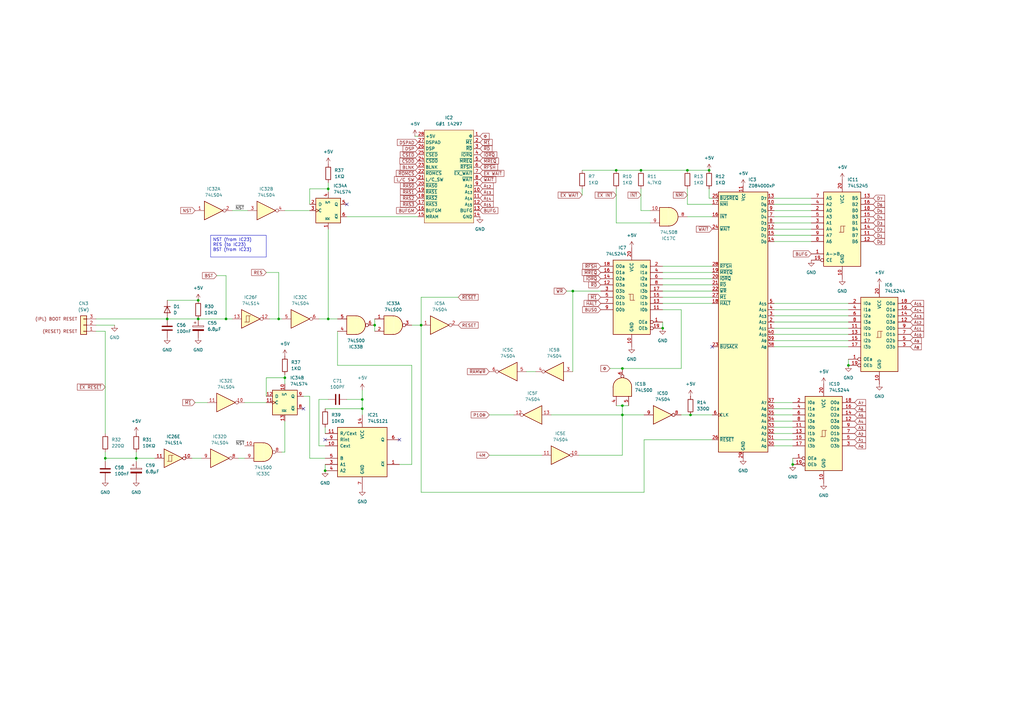
<source format=kicad_sch>
(kicad_sch (version 20250114) (generator "eeschema") (generator_version "9.0")
  (paper "A3")
  (title_block (title "Sharp MZ-80B CPU Board Circuit (1)") (date "14/FEB/2026") (rev "A") (company "Brett Hallen") (comment 4 "Redrawn from Service Manual"))
  (text_box "NST (from IC23)\nRES (to IC23)\nBST (from IC23)" (at 86.36 96.52 0) (size 22.86 8.89) (margins 0.9525 0.9525 0.9525 0.9525) (effects (font (size 1.27 1.27)) (justify left top)))
  (junction (at 153.67 133.35))
  (junction (at 255.27 170.18))
  (junction (at 55.88 187.96))
  (junction (at 271.78 134.62))
  (junction (at 172.72 133.35))
  (junction (at 116.84 154.94))
  (junction (at 134.62 130.81))
  (junction (at 81.28 123.19))
  (junction (at 81.28 130.81))
  (junction (at 255.27 151.13))
  (junction (at 234.95 119.38))
  (junction (at 347.98 149.86))
  (junction (at 43.18 187.96))
  (junction (at 290.83 69.85))
  (junction (at 283.21 170.18))
  (junction (at 133.35 193.04))
  (junction (at 252.73 69.85))
  (junction (at 134.62 77.47))
  (junction (at 281.94 69.85))
  (junction (at 255.27 166.37))
  (junction (at 262.89 69.85))
  (junction (at 68.58 130.81))
  (junction (at 148.59 163.83))
  (junction (at 325.12 190.5))
  (junction (at 148.59 167.64))
  (junction (at 114.3 130.81))
  (junction (at 92.71 130.81))
  (no_connect (at 124.46 167.64))
  (no_connect (at 163.83 180.34))
  (no_connect (at 142.24 83.82))
  (no_connect (at 133.35 180.34))
  (no_connect (at 292.1 142.24))
  (wire (pts (xy 134.62 93.98) (xy 134.62 130.81)))
  (wire (pts (xy 170.18 55.88) (xy 171.45 55.88)))
  (wire (pts (xy 109.22 165.1) (xy 100.33 165.1)))
  (wire (pts (xy 332.74 91.44) (xy 317.5 91.44)))
  (wire (pts (xy 332.74 81.28) (xy 317.5 81.28)))
  (wire (pts (xy 332.74 88.9) (xy 317.5 88.9)))
  (wire (pts (xy 115.57 130.81) (xy 114.3 130.81)))
  (wire (pts (xy 133.35 182.88) (xy 130.81 182.88)))
  (wire (pts (xy 279.4 127) (xy 271.78 127)))
  (wire (pts (xy 39.37 133.35) (xy 46.99 133.35)))
  (wire (pts (xy 347.98 129.54) (xy 317.5 129.54)))
  (wire (pts (xy 325.12 170.18) (xy 317.5 170.18)))
  (wire (pts (xy 153.67 133.35) (xy 153.67 135.89)))
  (wire (pts (xy 148.59 160.02) (xy 148.59 163.83)))
  (wire (pts (xy 271.78 114.3) (xy 292.1 114.3)))
  (wire (pts (xy 279.4 151.13) (xy 279.4 127)))
  (wire (pts (xy 234.95 119.38) (xy 234.95 152.4)))
  (wire (pts (xy 255.27 186.69) (xy 255.27 170.18)))
  (wire (pts (xy 115.57 185.42) (xy 116.84 185.42)))
  (wire (pts (xy 271.78 121.92) (xy 292.1 121.92)))
  (wire (pts (xy 116.84 154.94) (xy 116.84 157.48)))
  (wire (pts (xy 133.35 175.26) (xy 133.35 177.8)))
  (wire (pts (xy 130.81 182.88) (xy 130.81 163.83)))
  (wire (pts (xy 92.71 113.03) (xy 92.71 130.81)))
  (wire (pts (xy 281.94 69.85) (xy 290.83 69.85)))
  (wire (pts (xy 68.58 130.81) (xy 81.28 130.81)))
  (wire (pts (xy 325.12 180.34) (xy 317.5 180.34)))
  (wire (pts (xy 109.22 111.76) (xy 114.3 111.76)))
  (wire (pts (xy 127 86.36) (xy 116.84 86.36)))
  (wire (pts (xy 271.78 116.84) (xy 292.1 116.84)))
  (wire (pts (xy 347.98 132.08) (xy 317.5 132.08)))
  (wire (pts (xy 127 162.56) (xy 127 187.96)))
  (wire (pts (xy 134.62 77.47) (xy 134.62 78.74)))
  (wire (pts (xy 332.74 83.82) (xy 317.5 83.82)))
  (wire (pts (xy 110.49 130.81) (xy 114.3 130.81)))
  (wire (pts (xy 347.98 137.16) (xy 317.5 137.16)))
  (wire (pts (xy 255.27 166.37) (xy 255.27 170.18)))
  (wire (pts (xy 142.24 88.9) (xy 171.45 88.9)))
  (wire (pts (xy 55.88 187.96) (xy 55.88 185.42)))
  (wire (pts (xy 347.98 139.7) (xy 317.5 139.7)))
  (wire (pts (xy 168.91 133.35) (xy 172.72 133.35)))
  (wire (pts (xy 325.12 182.88) (xy 317.5 182.88)))
  (wire (pts (xy 332.74 86.36) (xy 317.5 86.36)))
  (wire (pts (xy 262.89 69.85) (xy 281.94 69.85)))
  (wire (pts (xy 347.98 142.24) (xy 317.5 142.24)))
  (wire (pts (xy 100.33 187.96) (xy 97.79 187.96)))
  (wire (pts (xy 325.12 187.96) (xy 325.12 190.5)))
  (wire (pts (xy 127 83.82) (xy 127 77.47)))
  (wire (pts (xy 43.18 189.23) (xy 43.18 187.96)))
  (wire (pts (xy 82.55 187.96) (xy 78.74 187.96)))
  (wire (pts (xy 252.73 166.37) (xy 255.27 166.37)))
  (wire (pts (xy 109.22 154.94) (xy 116.84 154.94)))
  (wire (pts (xy 148.59 163.83) (xy 148.59 167.64)))
  (wire (pts (xy 238.76 69.85) (xy 252.73 69.85)))
  (wire (pts (xy 264.16 201.93) (xy 172.72 201.93)))
  (wire (pts (xy 266.7 91.44) (xy 252.73 91.44)))
  (wire (pts (xy 148.59 167.64) (xy 148.59 170.18)))
  (wire (pts (xy 332.74 96.52) (xy 317.5 96.52)))
  (wire (pts (xy 255.27 166.37) (xy 257.81 166.37)))
  (wire (pts (xy 281.94 88.9) (xy 292.1 88.9)))
  (wire (pts (xy 68.58 123.19) (xy 81.28 123.19)))
  (wire (pts (xy 130.81 130.81) (xy 134.62 130.81)))
  (wire (pts (xy 271.78 132.08) (xy 271.78 134.62)))
  (wire (pts (xy 153.67 130.81) (xy 153.67 133.35)))
  (wire (pts (xy 138.43 149.86) (xy 168.91 149.86)))
  (wire (pts (xy 172.72 121.92) (xy 187.96 121.92)))
  (wire (pts (xy 347.98 124.46) (xy 317.5 124.46)))
  (wire (pts (xy 95.25 130.81) (xy 92.71 130.81)))
  (wire (pts (xy 283.21 170.18) (xy 292.1 170.18)))
  (wire (pts (xy 43.18 187.96) (xy 55.88 187.96)))
  (wire (pts (xy 116.84 153.67) (xy 116.84 154.94)))
  (wire (pts (xy 262.89 86.36) (xy 266.7 86.36)))
  (wire (pts (xy 134.62 130.81) (xy 138.43 130.81)))
  (wire (pts (xy 130.81 163.83) (xy 134.62 163.83)))
  (wire (pts (xy 43.18 135.89) (xy 43.18 177.8)))
  (wire (pts (xy 133.35 167.64) (xy 148.59 167.64)))
  (wire (pts (xy 43.18 187.96) (xy 43.18 185.42)))
  (wire (pts (xy 325.12 165.1) (xy 317.5 165.1)))
  (wire (pts (xy 271.78 109.22) (xy 292.1 109.22)))
  (wire (pts (xy 290.83 81.28) (xy 292.1 81.28)))
  (wire (pts (xy 325.12 177.8) (xy 317.5 177.8)))
  (wire (pts (xy 279.4 170.18) (xy 283.21 170.18)))
  (wire (pts (xy 124.46 162.56) (xy 127 162.56)))
  (wire (pts (xy 238.76 77.47) (xy 238.76 80.01)))
  (wire (pts (xy 88.9 113.03) (xy 92.71 113.03)))
  (wire (pts (xy 114.3 111.76) (xy 114.3 130.81)))
  (wire (pts (xy 39.37 130.81) (xy 68.58 130.81)))
  (wire (pts (xy 290.83 77.47) (xy 290.83 81.28)))
  (wire (pts (xy 133.35 190.5) (xy 133.35 193.04)))
  (wire (pts (xy 80.01 165.1) (xy 85.09 165.1)))
  (wire (pts (xy 39.37 135.89) (xy 43.18 135.89)))
  (wire (pts (xy 234.95 119.38) (xy 246.38 119.38)))
  (wire (pts (xy 255.27 151.13) (xy 279.4 151.13)))
  (wire (pts (xy 264.16 180.34) (xy 264.16 201.93)))
  (wire (pts (xy 325.12 175.26) (xy 317.5 175.26)))
  (wire (pts (xy 271.78 124.46) (xy 292.1 124.46)))
  (wire (pts (xy 237.49 186.69) (xy 255.27 186.69)))
  (wire (pts (xy 92.71 130.81) (xy 81.28 130.81)))
  (wire (pts (xy 127 187.96) (xy 133.35 187.96)))
  (wire (pts (xy 347.98 134.62) (xy 317.5 134.62)))
  (wire (pts (xy 292.1 180.34) (xy 264.16 180.34)))
  (wire (pts (xy 55.88 189.23) (xy 55.88 187.96)))
  (wire (pts (xy 134.62 74.93) (xy 134.62 77.47)))
  (wire (pts (xy 255.27 170.18) (xy 264.16 170.18)))
  (wire (pts (xy 142.24 163.83) (xy 148.59 163.83)))
  (wire (pts (xy 232.41 119.38) (xy 234.95 119.38)))
  (wire (pts (xy 101.6 86.36) (xy 95.25 86.36)))
  (wire (pts (xy 325.12 172.72) (xy 317.5 172.72)))
  (wire (pts (xy 292.1 83.82) (xy 281.94 83.82)))
  (wire (pts (xy 281.94 83.82) (xy 281.94 77.47)))
  (wire (pts (xy 172.72 201.93) (xy 172.72 133.35)))
  (wire (pts (xy 262.89 77.47) (xy 262.89 86.36)))
  (wire (pts (xy 116.84 185.42) (xy 116.84 172.72)))
  (wire (pts (xy 250.19 151.13) (xy 255.27 151.13)))
  (wire (pts (xy 332.74 93.98) (xy 317.5 93.98)))
  (wire (pts (xy 252.73 69.85) (xy 262.89 69.85)))
  (wire (pts (xy 109.22 162.56) (xy 109.22 154.94)))
  (wire (pts (xy 325.12 167.64) (xy 317.5 167.64)))
  (wire (pts (xy 271.78 119.38) (xy 292.1 119.38)))
  (wire (pts (xy 271.78 111.76) (xy 292.1 111.76)))
  (wire (pts (xy 347.98 147.32) (xy 347.98 149.86)))
  (wire (pts (xy 226.06 170.18) (xy 255.27 170.18)))
  (wire (pts (xy 172.72 133.35) (xy 172.72 121.92)))
  (wire (pts (xy 127 77.47) (xy 134.62 77.47)))
  (wire (pts (xy 168.91 149.86) (xy 168.91 190.5)))
  (wire (pts (xy 138.43 135.89) (xy 138.43 149.86)))
  (wire (pts (xy 219.71 152.4) (xy 215.9 152.4)))
  (wire (pts (xy 200.66 170.18) (xy 210.82 170.18)))
  (wire (pts (xy 332.74 99.06) (xy 317.5 99.06)))
  (wire (pts (xy 200.66 186.69) (xy 222.25 186.69)))
  (wire (pts (xy 347.98 127) (xy 317.5 127)))
  (wire (pts (xy 168.91 190.5) (xy 163.83 190.5)))
  (wire (pts (xy 55.88 187.96) (xy 63.5 187.96)))
  (wire (pts (xy 252.73 91.44) (xy 252.73 77.47)))
  (label "~{NST}" (at 100.33 182.88 180))
  (label "~{NST}" (at 96.52 86.36 0))
  (global_label "A_{6}" (shape input) (at 350.52 167.64 0) (property "Intersheetrefs" "${INTERSHEET_REFS}" (effects (hide yes))))
  (global_label "BUFG" (shape input) (at 196.85 86.36 0) (property "Intersheetrefs" "${INTERSHEET_REFS}" (effects (hide yes))))
  (global_label "BUS0" (shape input) (at 246.38 127 180) (property "Intersheetrefs" "${INTERSHEET_REFS}" (effects (hide yes))))
  (global_label "~{RFSH}" (shape input) (at 246.38 109.22 180) (property "Intersheetrefs" "${INTERSHEET_REFS}" (effects (hide yes))))
  (global_label "A_{11}" (shape input) (at 373.38 134.62 0) (property "Intersheetrefs" "${INTERSHEET_REFS}" (effects (hide yes))))
  (global_label "BST" (shape input) (at 88.9 113.03 180) (property "Intersheetrefs" "${INTERSHEET_REFS}" (effects (hide yes))))
  (global_label "A_{12}" (shape input) (at 196.85 76.2 0) (property "Intersheetrefs" "${INTERSHEET_REFS}" (effects (hide yes))))
  (global_label "4M" (shape input) (at 200.66 186.69 180) (property "Intersheetrefs" "${INTERSHEET_REFS}" (effects (hide yes))))
  (global_label "A_{7}" (shape input) (at 350.52 165.1 0) (property "Intersheetrefs" "${INTERSHEET_REFS}" (effects (hide yes))))
  (global_label "D_{4}" (shape input) (at 358.14 88.9 0) (property "Intersheetrefs" "${INTERSHEET_REFS}" (effects (hide yes))))
  (global_label "~{WAIT}" (shape input) (at 292.1 93.98 180) (property "Intersheetrefs" "${INTERSHEET_REFS}" (effects (hide yes))))
  (global_label "D_{3}" (shape input) (at 358.14 91.44 0) (property "Intersheetrefs" "${INTERSHEET_REFS}" (effects (hide yes))))
  (global_label "~{EX INT}" (shape input) (at 252.73 80.01 180) (property "Intersheetrefs" "${INTERSHEET_REFS}" (effects (hide yes))))
  (global_label "A_{10}" (shape input) (at 373.38 137.16 0) (property "Intersheetrefs" "${INTERSHEET_REFS}" (effects (hide yes))))
  (global_label "A_{13}" (shape input) (at 373.38 129.54 0) (property "Intersheetrefs" "${INTERSHEET_REFS}" (effects (hide yes))))
  (global_label "A_{1}" (shape input) (at 350.52 180.34 0) (property "Intersheetrefs" "${INTERSHEET_REFS}" (effects (hide yes))))
  (global_label "Φ" (shape input) (at 250.19 151.13 180) (property "Intersheetrefs" "${INTERSHEET_REFS}" (effects (hide yes))))
  (global_label "D_{0}" (shape input) (at 358.14 99.06 0) (property "Intersheetrefs" "${INTERSHEET_REFS}" (effects (hide yes))))
  (global_label "~{HALT}" (shape input) (at 246.38 124.46 180) (property "Intersheetrefs" "${INTERSHEET_REFS}" (effects (hide yes))))
  (global_label "~{WAIT}" (shape input) (at 196.85 73.66 0) (property "Intersheetrefs" "${INTERSHEET_REFS}" (effects (hide yes))))
  (global_label "A_{9}" (shape input) (at 373.38 139.7 0) (property "Intersheetrefs" "${INTERSHEET_REFS}" (effects (hide yes))))
  (global_label "A_{0}" (shape input) (at 350.52 182.88 0) (property "Intersheetrefs" "${INTERSHEET_REFS}" (effects (hide yes))))
  (global_label "D_{6}" (shape input) (at 358.14 83.82 0) (property "Intersheetrefs" "${INTERSHEET_REFS}" (effects (hide yes))))
  (global_label "D_{1}" (shape input) (at 358.14 96.52 0) (property "Intersheetrefs" "${INTERSHEET_REFS}" (effects (hide yes))))
  (global_label "~{WR}" (shape input) (at 232.41 119.38 180) (property "Intersheetrefs" "${INTERSHEET_REFS}" (effects (hide yes))))
  (global_label "~{RESET}" (shape input) (at 187.96 121.92 0) (property "Intersheetrefs" "${INTERSHEET_REFS}" (effects (hide yes))))
  (global_label "D_{2}" (shape input) (at 358.14 93.98 0) (property "Intersheetrefs" "${INTERSHEET_REFS}" (effects (hide yes))))
  (global_label "Φ" (shape input) (at 196.85 55.88 0) (property "Intersheetrefs" "${INTERSHEET_REFS}" (effects (hide yes))))
  (global_label "A_{5}" (shape input) (at 350.52 170.18 0) (property "Intersheetrefs" "${INTERSHEET_REFS}" (effects (hide yes))))
  (global_label "BLNK" (shape input) (at 171.45 68.58 180) (property "Intersheetrefs" "${INTERSHEET_REFS}" (effects (hide yes))))
  (global_label "RESET" (shape input) (at 187.96 133.35 0) (property "Intersheetrefs" "${INTERSHEET_REFS}" (effects (hide yes))))
  (global_label "NST" (shape input) (at 80.01 86.36 180) (property "Intersheetrefs" "${INTERSHEET_REFS}" (effects (hide yes))))
  (global_label "A_{8}" (shape input) (at 373.38 142.24 0) (property "Intersheetrefs" "${INTERSHEET_REFS}" (effects (hide yes))))
  (global_label "~{RAS2}" (shape input) (at 171.45 81.28 180) (property "Intersheetrefs" "${INTERSHEET_REFS}" (effects (hide yes))))
  (global_label "~{RAS3}" (shape input) (at 171.45 83.82 180) (property "Intersheetrefs" "${INTERSHEET_REFS}" (effects (hide yes))))
  (global_label "~{ROMCS}" (shape input) (at 171.45 71.12 180) (property "Intersheetrefs" "${INTERSHEET_REFS}" (effects (hide yes))))
  (global_label "L{slash}C SW" (shape input) (at 171.45 73.66 180) (property "Intersheetrefs" "${INTERSHEET_REFS}" (effects (hide yes))))
  (global_label "~{RAS0}" (shape input) (at 171.45 76.2 180) (property "Intersheetrefs" "${INTERSHEET_REFS}" (effects (hide yes))))
  (global_label "~{RAS1}" (shape input) (at 171.45 78.74 180) (property "Intersheetrefs" "${INTERSHEET_REFS}" (effects (hide yes))))
  (global_label "BUFGM" (shape input) (at 171.45 86.36 180) (property "Intersheetrefs" "${INTERSHEET_REFS}" (effects (hide yes))))
  (global_label "~{CSDD}" (shape input) (at 171.45 66.04 180) (property "Intersheetrefs" "${INTERSHEET_REFS}" (effects (hide yes))))
  (global_label "~{CSED}" (shape input) (at 171.45 63.5 180) (property "Intersheetrefs" "${INTERSHEET_REFS}" (effects (hide yes))))
  (global_label "DSPAD" (shape input) (at 171.45 58.42 180) (property "Intersheetrefs" "${INTERSHEET_REFS}" (effects (hide yes))))
  (global_label "DSP" (shape input) (at 171.45 60.96 180) (property "Intersheetrefs" "${INTERSHEET_REFS}" (effects (hide yes))))
  (global_label "A_{12}" (shape input) (at 373.38 132.08 0) (property "Intersheetrefs" "${INTERSHEET_REFS}" (effects (hide yes))))
  (global_label "A_{15}" (shape input) (at 196.85 83.82 0) (property "Intersheetrefs" "${INTERSHEET_REFS}" (effects (hide yes))))
  (global_label "~{RAMWR}" (shape input) (at 200.66 152.4 180) (property "Intersheetrefs" "${INTERSHEET_REFS}" (effects (hide yes))))
  (global_label "~{RFSH}" (shape input) (at 196.85 68.58 0) (property "Intersheetrefs" "${INTERSHEET_REFS}" (effects (hide yes))))
  (global_label "~{MREQ}" (shape input) (at 196.85 66.04 0) (property "Intersheetrefs" "${INTERSHEET_REFS}" (effects (hide yes))))
  (global_label "~{IORQ}" (shape input) (at 196.85 63.5 0) (property "Intersheetrefs" "${INTERSHEET_REFS}" (effects (hide yes))))
  (global_label "~{EX WAIT}" (shape input) (at 196.85 71.12 0) (property "Intersheetrefs" "${INTERSHEET_REFS}" (effects (hide yes))))
  (global_label "~{M1}" (shape input) (at 196.85 58.42 0) (property "Intersheetrefs" "${INTERSHEET_REFS}" (effects (hide yes))))
  (global_label "~{RD}" (shape input) (at 196.85 60.96 0) (property "Intersheetrefs" "${INTERSHEET_REFS}" (effects (hide yes))))
  (global_label "A_{14}" (shape input) (at 196.85 81.28 0) (property "Intersheetrefs" "${INTERSHEET_REFS}" (effects (hide yes))))
  (global_label "~{INT}" (shape input) (at 262.89 80.01 180) (property "Intersheetrefs" "${INTERSHEET_REFS}" (effects (hide yes))))
  (global_label "~{M1}" (shape input) (at 80.01 165.1 180) (property "Intersheetrefs" "${INTERSHEET_REFS}" (effects (hide yes))))
  (global_label "A_{15}" (shape input) (at 373.38 124.46 0) (property "Intersheetrefs" "${INTERSHEET_REFS}" (effects (hide yes))))
  (global_label "A_{13}" (shape input) (at 196.85 78.74 0) (property "Intersheetrefs" "${INTERSHEET_REFS}" (effects (hide yes))))
  (global_label "~{M1}" (shape input) (at 246.38 121.92 180) (property "Intersheetrefs" "${INTERSHEET_REFS}" (effects (hide yes))))
  (global_label "~{EX RESET}" (shape input) (at 43.18 158.75 180) (property "Intersheetrefs" "${INTERSHEET_REFS}" (effects (hide yes))))
  (global_label "D_{5}" (shape input) (at 358.14 86.36 0) (property "Intersheetrefs" "${INTERSHEET_REFS}" (effects (hide yes))))
  (global_label "P10Φ" (shape input) (at 200.66 170.18 180) (property "Intersheetrefs" "${INTERSHEET_REFS}" (effects (hide yes))))
  (global_label "A_{4}" (shape input) (at 350.52 172.72 0) (property "Intersheetrefs" "${INTERSHEET_REFS}" (effects (hide yes))))
  (global_label "~{RD}" (shape input) (at 246.38 116.84 180) (property "Intersheetrefs" "${INTERSHEET_REFS}" (effects (hide yes))))
  (global_label "~{NMI}" (shape input) (at 281.94 80.01 180) (property "Intersheetrefs" "${INTERSHEET_REFS}" (effects (hide yes))))
  (global_label "BUFG" (shape input) (at 332.74 104.14 180) (property "Intersheetrefs" "${INTERSHEET_REFS}" (effects (hide yes))))
  (global_label "A_{2}" (shape input) (at 350.52 177.8 0) (property "Intersheetrefs" "${INTERSHEET_REFS}" (effects (hide yes))))
  (global_label "A_{14}" (shape input) (at 373.38 127 0) (property "Intersheetrefs" "${INTERSHEET_REFS}" (effects (hide yes))))
  (global_label "~{MREQ}" (shape input) (at 246.38 111.76 180) (property "Intersheetrefs" "${INTERSHEET_REFS}" (effects (hide yes))))
  (global_label "~{EX WAIT}" (shape input) (at 238.76 80.01 180) (property "Intersheetrefs" "${INTERSHEET_REFS}" (effects (hide yes))))
  (global_label "D_{7}" (shape input) (at 358.14 81.28 0) (property "Intersheetrefs" "${INTERSHEET_REFS}" (effects (hide yes))))
  (global_label "A_{3}" (shape input) (at 350.52 175.26 0) (property "Intersheetrefs" "${INTERSHEET_REFS}" (effects (hide yes))))
  (global_label "~{IORQ}" (shape input) (at 246.38 114.3 180) (property "Intersheetrefs" "${INTERSHEET_REFS}" (effects (hide yes))))
  (global_label "RES" (shape input) (at 109.22 111.76 180) (property "Intersheetrefs" "${INTERSHEET_REFS}" (effects (hide yes))))
  (symbol (lib_id "power:GND") (at 148.59 200.66 0) (unit 1)
    (property "Reference" "#PWR028" (effects (hide yes)))
    (property "Value" "GND" (at 148.59 205.74 0))
    (property "Description" "Power symbol creates a global label with name \"GND\" , ground" (effects (hide yes)))
  )
  (symbol (lib_id "Sharp_MZ-80B:Sharp_14297") (at 184.15 50.8 0) (mirror y) (unit 1)
    (property "Reference" "IC2" (at 184.15 48.26 0))
    (property "Value" "G#1 14297" (at 184.15 50.8 0))
    (property "Footprint" "Package_DIP:DIP-28_W15.24mm" (effects (hide yes)))
    (property "Description" "Sharp Gate Array in MZ-80B computer" (effects (hide yes)))
  )
  (symbol (lib_id "power:+5V") (at 290.83 69.85 0) (unit 1)
    (property "Reference" "#PWR014" (effects (hide yes)))
    (property "Value" "+5V" (at 290.83 64.77 0))
    (property "Description" "Power symbol creates a global label with name \"+5V\"" (effects (hide yes)))
  )
  (symbol (lib_id "Device:R") (at 43.18 181.61 0) (unit 1)
    (property "Reference" "R32" (at 45.72 180.3399 0) (effects (justify left)))
    (property "Value" "220Ω" (at 45.72 182.8799 0) (effects (justify left)))
    (property "Description" "Resistor" (effects (hide yes)))
  )
  (symbol (lib_id "power:GND") (at 196.85 88.9 0) (mirror y) (unit 1)
    (property "Reference" "#PWR015" (effects (hide yes)))
    (property "Value" "GND" (at 196.85 93.98 0))
    (property "Description" "Power symbol creates a global label with name \"GND\" , ground" (effects (hide yes)))
  )
  (symbol (lib_id "power:GND") (at 304.8 187.96 0) (unit 1)
    (property "Reference" "#PWR011" (effects (hide yes)))
    (property "Value" "GND" (at 304.8 193.04 0))
    (property "Description" "Power symbol creates a global label with name \"GND\" , ground" (effects (hide yes)))
  )
  (symbol (lib_id "74xx:74LS245") (at 345.44 93.98 0) (unit 1)
    (property "Reference" "IC11" (at 347.5833 73.66 0) (effects (justify left)))
    (property "Value" "74LS245" (at 347.5833 76.2 0) (effects (justify left)))
    (property "Datasheet" "http://www.ti.com/lit/gpn/sn74LS245" (effects (hide yes)))
    (property "Description" "Octal BUS Transceivers, 3-State outputs" (effects (hide yes)))
  )
  (symbol (lib_id "74xx:74LS00") (at 107.95 185.42 0) (mirror x) (unit 3)
    (property "Reference" "IC33" (at 107.9417 194.31 0))
    (property "Value" "74LS00" (at 107.9417 191.77 0))
    (property "Datasheet" "http://www.ti.com/lit/gpn/sn74ls00" (effects (hide yes)))
    (property "Description" "quad 2-input NAND gate" (effects (hide yes)))
  )
  (symbol (lib_id "Device:R") (at 81.28 127 0) (unit 1)
    (property "Reference" "R30" (at 83.82 125.7299 0) (effects (justify left)))
    (property "Value" "10KΩ" (at 83.82 128.2699 0) (effects (justify left)))
    (property "Description" "Resistor" (effects (hide yes)))
  )
  (symbol (lib_id "power:GND") (at 332.74 106.68 0) (unit 1)
    (property "Reference" "#PWR02" (effects (hide yes)))
    (property "Value" "GND" (at 332.74 111.76 0))
    (property "Description" "Power symbol creates a global label with name \"GND\" , ground" (effects (hide yes)))
  )
  (symbol (lib_id "power:GND") (at 360.68 157.48 0) (unit 1)
    (property "Reference" "#PWR05" (effects (hide yes)))
    (property "Value" "GND" (at 360.68 162.56 0))
    (property "Description" "Power symbol creates a global label with name \"GND\" , ground" (effects (hide yes)))
  )
  (symbol (lib_id "Device:R") (at 252.73 73.66 0) (unit 1)
    (property "Reference" "R10" (at 255.27 72.3899 0) (effects (justify left)))
    (property "Value" "1KΩ" (at 255.27 74.9299 0) (effects (justify left)))
    (property "Description" "Resistor" (effects (hide yes)))
  )
  (symbol (lib_id "74xx:74LS04") (at 227.33 152.4 180) (unit 2)
    (property "Reference" "IC5" (at 227.33 143.51 0))
    (property "Value" "74S04" (at 227.33 146.05 0))
    (property "Datasheet" "http://www.ti.com/lit/gpn/sn74LS04" (effects (hide yes)))
    (property "Description" "Hex Inverter" (effects (hide yes)))
  )
  (symbol (lib_id "Device:R") (at 55.88 181.61 0) (unit 1)
    (property "Reference" "R31" (at 58.42 180.3399 0) (effects (justify left)))
    (property "Value" "10KΩ" (at 58.42 182.8799 0) (effects (justify left)))
    (property "Description" "Resistor" (effects (hide yes)))
  )
  (symbol (lib_id "power:+5V") (at 360.68 116.84 0) (unit 1)
    (property "Reference" "#PWR04" (effects (hide yes)))
    (property "Value" "+5V" (at 360.68 111.76 0))
    (property "Description" "Power symbol creates a global label with name \"+5V\"" (effects (hide yes)))
  )
  (symbol (lib_id "power:+5V") (at 116.84 146.05 0) (unit 1)
    (property "Reference" "#PWR027" (effects (hide yes)))
    (property "Value" "+5V" (at 116.84 140.97 0))
    (property "Description" "Power symbol creates a global label with name \"+5V\"" (effects (hide yes)))
  )
  (symbol (lib_id "CPU:Z084000xP") (at 304.8 111.76 0) (unit 1)
    (property "Reference" "IC3" (at 306.9433 73.66 0) (effects (justify left)))
    (property "Value" "Z084000xP" (at 306.9433 76.2 0) (effects (justify left)))
    (property "Footprint" "Package_DIP:DIP-40_W15.24mm" (effects (hide yes)))
    (property "Datasheet" "https://archive.org/details/zilog-z-8400" (effects (hide yes)))
    (property "Description" "8-bit General Purpose Microprocessor, 8-bit data bus, 16-bit address bus, 4 / 6.17 / 8 MHz, DIP-40 (600 mil)" (effects (hide yes)))
  )
  (symbol (lib_id "power:+5V") (at 55.88 177.8 0) (unit 1)
    (property "Reference" "#PWR024" (effects (hide yes)))
    (property "Value" "+5V" (at 55.88 172.72 0))
    (property "Description" "Power symbol creates a global label with name \"+5V\"" (effects (hide yes)))
  )
  (symbol (lib_id "Device:C") (at 68.58 134.62 0) (unit 1)
    (property "Reference" "C56" (at 72.39 133.3499 0) (effects (justify left)))
    (property "Value" "100nF" (at 72.39 135.8899 0) (effects (justify left)))
    (property "Description" "Unpolarized capacitor" (effects (hide yes)))
  )
  (symbol (lib_id "power:GND") (at 325.12 190.5 0) (unit 1)
    (property "Reference" "#PWR08" (effects (hide yes)))
    (property "Value" "GND" (at 325.12 195.58 0))
    (property "Description" "Power symbol creates a global label with name \"GND\" , ground" (effects (hide yes)))
  )
  (symbol (lib_id "power:+5V") (at 259.08 101.6 0) (unit 1)
    (property "Reference" "#PWR017" (effects (hide yes)))
    (property "Value" "+5V" (at 259.08 96.52 0))
    (property "Description" "Power symbol creates a global label with name \"+5V\"" (effects (hide yes)))
  )
  (symbol (lib_id "74xx:74LS74") (at 134.62 86.36 0) (unit 1)
    (property "Reference" "IC34" (at 136.7633 76.2 0) (effects (justify left)))
    (property "Value" "74LS74" (at 136.7633 78.74 0) (effects (justify left)))
    (property "Datasheet" "74xx/74hc_hct74.pdf" (effects (hide yes)))
    (property "Description" "Dual D Flip-flop, Set & Reset" (effects (hide yes)))
  )
  (symbol (lib_id "power:+5V") (at 345.44 73.66 0) (unit 1)
    (property "Reference" "#PWR03" (effects (hide yes)))
    (property "Value" "+5V" (at 345.44 68.58 0))
    (property "Description" "Power symbol creates a global label with name \"+5V\"" (effects (hide yes)))
  )
  (symbol (lib_id "Device:R") (at 290.83 73.66 0) (unit 1)
    (property "Reference" "R12" (at 293.37 72.3899 0) (effects (justify left)))
    (property "Value" "1KΩ" (at 293.37 74.9299 0) (effects (justify left)))
    (property "Description" "Resistor" (effects (hide yes)))
  )
  (symbol (lib_id "74xx:74LS14") (at 102.87 130.81 0) (unit 6)
    (property "Reference" "IC26" (at 102.87 121.92 0))
    (property "Value" "74LS14" (at 102.87 124.46 0))
    (property "Datasheet" "http://www.ti.com/lit/gpn/sn74LS14" (effects (hide yes)))
    (property "Description" "Hex inverter schmitt trigger" (effects (hide yes)))
  )
  (symbol (lib_id "power:GND") (at 43.18 196.85 0) (unit 1)
    (property "Reference" "#PWR025" (effects (hide yes)))
    (property "Value" "GND" (at 43.18 201.93 0))
    (property "Description" "Power symbol creates a global label with name \"GND\" , ground" (effects (hide yes)))
  )
  (symbol (lib_id "74xx:74LS04") (at 90.17 187.96 0) (unit 4)
    (property "Reference" "IC32" (at 90.17 179.07 0))
    (property "Value" "74LS04" (at 90.17 181.61 0))
    (property "Datasheet" "http://www.ti.com/lit/gpn/sn74LS04" (effects (hide yes)))
    (property "Description" "Hex Inverter" (effects (hide yes)))
  )
  (symbol (lib_id "74xx:74LS08") (at 274.32 88.9 0) (mirror x) (unit 3)
    (property "Reference" "IC17" (at 274.3117 97.79 0))
    (property "Value" "74LS08" (at 274.3117 95.25 0))
    (property "Datasheet" "http://www.ti.com/lit/gpn/sn74LS08" (effects (hide yes)))
    (property "Description" "Quad And2" (effects (hide yes)))
  )
  (symbol (lib_id "Device:R") (at 238.76 73.66 0) (unit 1)
    (property "Reference" "R7" (at 241.3 72.3899 0) (effects (justify left)))
    (property "Value" "1KΩ" (at 241.3 74.9299 0) (effects (justify left)))
    (property "Description" "Resistor" (effects (hide yes)))
  )
  (symbol (lib_id "74xx:74LS04") (at 87.63 86.36 0) (unit 1)
    (property "Reference" "IC32" (at 87.63 77.47 0))
    (property "Value" "74LS04" (at 87.63 80.01 0))
    (property "Datasheet" "http://www.ti.com/lit/gpn/sn74LS04" (effects (hide yes)))
    (property "Description" "Hex Inverter" (effects (hide yes)))
  )
  (symbol (lib_id "74xx:74LS00") (at 161.29 133.35 0) (unit 1)
    (property "Reference" "IC33" (at 161.2817 124.46 0))
    (property "Value" "74LS00" (at 161.2817 127 0))
    (property "Datasheet" "http://www.ti.com/lit/gpn/sn74ls00" (effects (hide yes)))
    (property "Description" "quad 2-input NAND gate" (effects (hide yes)))
  )
  (symbol (lib_id "power:+5V") (at 148.59 160.02 0) (unit 1)
    (property "Reference" "#PWR029" (effects (hide yes)))
    (property "Value" "+5V" (at 148.59 154.94 0))
    (property "Description" "Power symbol creates a global label with name \"+5V\"" (effects (hide yes)))
  )
  (symbol (lib_id "power:GND") (at 345.44 114.3 0) (unit 1)
    (property "Reference" "#PWR01" (effects (hide yes)))
    (property "Value" "GND" (at 345.44 119.38 0))
    (property "Description" "Power symbol creates a global label with name \"GND\" , ground" (effects (hide yes)))
  )
  (symbol (lib_id "Device:R") (at 262.89 73.66 0) (unit 1)
    (property "Reference" "R11" (at 265.43 72.3899 0) (effects (justify left)))
    (property "Value" "4.7KΩ" (at 265.43 74.9299 0) (effects (justify left)))
    (property "Description" "Resistor" (effects (hide yes)))
  )
  (symbol (lib_id "power:GND") (at 68.58 138.43 0) (unit 1)
    (property "Reference" "#PWR022" (effects (hide yes)))
    (property "Value" "GND" (at 68.58 143.51 0))
    (property "Description" "Power symbol creates a global label with name \"GND\" , ground" (effects (hide yes)))
  )
  (symbol (lib_id "74xx:74LS04") (at 229.87 186.69 0) (unit 5)
    (property "Reference" "IC5" (at 229.87 177.8 0))
    (property "Value" "74S04" (at 229.87 180.34 0))
    (property "Datasheet" "http://www.ti.com/lit/gpn/sn74LS04" (effects (hide yes)))
    (property "Description" "Hex Inverter" (effects (hide yes)))
  )
  (symbol (lib_id "Device:D") (at 68.58 127 270) (unit 1)
    (property "Reference" "D1" (at 71.12 125.7299 90) (effects (justify left)))
    (property "Value" "D" (at 71.12 128.2699 90) (effects (justify left)))
    (property "Description" "Diode" (effects (hide yes)))
    (property "Sim.Device" "D" (effects (hide yes)))
    (property "Sim.Pins" "1=K 2=A" (effects (hide yes)))
  )
  (symbol (lib_id "power:+5V") (at 134.62 67.31 0) (unit 1)
    (property "Reference" "#PWR019" (effects (hide yes)))
    (property "Value" "+5V" (at 134.62 62.23 0))
    (property "Description" "Power symbol creates a global label with name \"+5V\"" (effects (hide yes)))
  )
  (symbol (lib_id "74xx:74LS04") (at 180.34 133.35 0) (unit 1)
    (property "Reference" "IC5" (at 180.34 124.46 0))
    (property "Value" "74S04" (at 180.34 127 0))
    (property "Datasheet" "http://www.ti.com/lit/gpn/sn74LS04" (effects (hide yes)))
    (property "Description" "Hex Inverter" (effects (hide yes)))
  )
  (symbol (lib_id "power:GND") (at 133.35 193.04 0) (unit 1)
    (property "Reference" "#PWR030" (effects (hide yes)))
    (property "Value" "GND" (at 133.35 198.12 0))
    (property "Description" "Power symbol creates a global label with name \"GND\" , ground" (effects (hide yes)))
  )
  (symbol (lib_name "74LS244_1") (lib_id "74xx:74LS244") (at 259.08 121.92 0) (mirror y) (unit 1)
    (property "Reference" "IC7" (at 256.9367 101.6 0) (effects (justify left)))
    (property "Value" "74LS244" (at 256.9367 104.14 0) (effects (justify left)))
    (property "Datasheet" "http://www.ti.com/lit/ds/symlink/sn74ls244.pdf" (effects (hide yes)))
    (property "Description" "Octal Buffer and Line Driver With 3-State Output, active-low enables, non-inverting outputs" (effects (hide yes)))
  )
  (symbol (lib_id "power:+5V") (at 283.21 162.56 0) (unit 1)
    (property "Reference" "#PWR018" (effects (hide yes)))
    (property "Value" "+5V" (at 283.21 157.48 0))
    (property "Description" "Power symbol creates a global label with name \"+5V\"" (effects (hide yes)))
  )
  (symbol (lib_id "power:+5V") (at 81.28 123.19 0) (unit 1)
    (property "Reference" "#PWR020" (effects (hide yes)))
    (property "Value" "+5V" (at 81.28 118.11 0))
    (property "Description" "Power symbol creates a global label with name \"+5V\"" (effects (hide yes)))
  )
  (symbol (lib_id "74xx:74LS14") (at 71.12 187.96 0) (unit 5)
    (property "Reference" "IC26" (at 71.12 179.07 0))
    (property "Value" "74LS14" (at 71.12 181.61 0))
    (property "Datasheet" "http://www.ti.com/lit/gpn/sn74LS14" (effects (hide yes)))
    (property "Description" "Hex inverter schmitt trigger" (effects (hide yes)))
  )
  (symbol (lib_id "power:+5V") (at 170.18 55.88 0) (mirror y) (unit 1)
    (property "Reference" "#PWR016" (effects (hide yes)))
    (property "Value" "+5V" (at 170.18 50.8 0))
    (property "Description" "Power symbol creates a global label with name \"+5V\"" (effects (hide yes)))
  )
  (symbol (lib_id "power:GND") (at 81.28 138.43 0) (unit 1)
    (property "Reference" "#PWR021" (effects (hide yes)))
    (property "Value" "GND" (at 81.28 143.51 0))
    (property "Description" "Power symbol creates a global label with name \"GND\" , ground" (effects (hide yes)))
  )
  (symbol (lib_id "74xx:74LS244") (at 360.68 137.16 0) (unit 1)
    (property "Reference" "IC6" (at 362.8233 116.84 0) (effects (justify left)))
    (property "Value" "74LS244" (at 362.8233 119.38 0) (effects (justify left)))
    (property "Datasheet" "http://www.ti.com/lit/ds/symlink/sn74ls244.pdf" (effects (hide yes)))
    (property "Description" "Octal Buffer and Line Driver With 3-State Output, active-low enables, non-inverting outputs" (effects (hide yes)))
  )
  (symbol (lib_id "74xx:74LS244") (at 337.82 177.8 0) (unit 1)
    (property "Reference" "IC10" (at 339.9633 157.48 0) (effects (justify left)))
    (property "Value" "74LS244" (at 339.9633 160.02 0) (effects (justify left)))
    (property "Datasheet" "http://www.ti.com/lit/ds/symlink/sn74ls244.pdf" (effects (hide yes)))
    (property "Description" "Octal Buffer and Line Driver With 3-State Output, active-low enables, non-inverting outputs" (effects (hide yes)))
  )
  (symbol (lib_id "74xx:74LS04") (at 218.44 170.18 180) (unit 6)
    (property "Reference" "IC5" (at 218.44 161.29 0))
    (property "Value" "74S04" (at 218.44 163.83 0))
    (property "Datasheet" "http://www.ti.com/lit/gpn/sn74LS04" (effects (hide yes)))
    (property "Description" "Hex Inverter" (effects (hide yes)))
  )
  (symbol (lib_id "power:GND") (at 259.08 142.24 0) (unit 1)
    (property "Reference" "#PWR012" (effects (hide yes)))
    (property "Value" "GND" (at 259.08 147.32 0))
    (property "Description" "Power symbol creates a global label with name \"GND\" , ground" (effects (hide yes)))
  )
  (symbol (lib_id "power:GND") (at 55.88 196.85 0) (unit 1)
    (property "Reference" "#PWR026" (effects (hide yes)))
    (property "Value" "GND" (at 55.88 201.93 0))
    (property "Description" "Power symbol creates a global label with name \"GND\" , ground" (effects (hide yes)))
  )
  (symbol (lib_id "74xx:74LS04") (at 109.22 86.36 0) (unit 2)
    (property "Reference" "IC32" (at 109.22 77.47 0))
    (property "Value" "74LS04" (at 109.22 80.01 0))
    (property "Datasheet" "http://www.ti.com/lit/gpn/sn74LS04" (effects (hide yes)))
    (property "Description" "Hex Inverter" (effects (hide yes)))
  )
  (symbol (lib_id "74xx:74LS04") (at 92.71 165.1 0) (unit 5)
    (property "Reference" "IC32" (at 92.71 156.21 0))
    (property "Value" "74LS04" (at 92.71 158.75 0))
    (property "Datasheet" "http://www.ti.com/lit/gpn/sn74LS04" (effects (hide yes)))
    (property "Description" "Hex Inverter" (effects (hide yes)))
  )
  (symbol (lib_id "Device:C") (at 43.18 193.04 0) (unit 1)
    (property "Reference" "C58" (at 46.99 191.7699 0) (effects (justify left)))
    (property "Value" "100nF" (at 46.99 194.3099 0) (effects (justify left)))
    (property "Description" "Unpolarized capacitor" (effects (hide yes)))
  )
  (symbol (lib_id "74xx:74LS04") (at 271.78 170.18 0) (unit 4)
    (property "Reference" "IC5" (at 271.78 161.29 0))
    (property "Value" "74S04" (at 271.78 163.83 0))
    (property "Datasheet" "http://www.ti.com/lit/gpn/sn74LS04" (effects (hide yes)))
    (property "Description" "Hex Inverter" (effects (hide yes)))
  )
  (symbol (lib_id "power:GND") (at 271.78 134.62 0) (unit 1)
    (property "Reference" "#PWR013" (effects (hide yes)))
    (property "Value" "GND" (at 271.78 139.7 0))
    (property "Description" "Power symbol creates a global label with name \"GND\" , ground" (effects (hide yes)))
  )
  (symbol (lib_id "Device:C_Polarized") (at 81.28 134.62 0) (unit 1)
    (property "Reference" "C55" (at 85.09 132.4609 0) (effects (justify left)))
    (property "Value" "6.8µF" (at 85.09 135.0009 0) (effects (justify left)))
    (property "Description" "Polarized capacitor" (effects (hide yes)))
  )
  (symbol (lib_id "power:+5V") (at 304.8 76.2 0) (unit 1)
    (property "Reference" "#PWR010" (effects (hide yes)))
    (property "Value" "+5V" (at 304.8 71.12 0))
    (property "Description" "Power symbol creates a global label with name \"+5V\"" (effects (hide yes)))
  )
  (symbol (lib_id "74xx:74LS00") (at 146.05 133.35 0) (mirror x) (unit 2)
    (property "Reference" "IC33" (at 146.0417 142.24 0))
    (property "Value" "74LS00" (at 146.0417 139.7 0))
    (property "Datasheet" "http://www.ti.com/lit/gpn/sn74ls00" (effects (hide yes)))
    (property "Description" "quad 2-input NAND gate" (effects (hide yes)))
  )
  (symbol (lib_id "Device:R") (at 281.94 73.66 0) (unit 1)
    (property "Reference" "R13" (at 284.48 72.3899 0) (effects (justify left)))
    (property "Value" "1KΩ" (at 284.48 74.9299 0) (effects (justify left)))
    (property "Description" "Resistor" (effects (hide yes)))
  )
  (symbol (lib_id "74xx:74LS121") (at 148.59 185.42 0) (unit 1)
    (property "Reference" "IC21" (at 150.7333 170.18 0) (effects (justify left)))
    (property "Value" "74LS121" (at 150.7333 172.72 0) (effects (justify left)))
    (property "Datasheet" "http://www.ti.com/lit/gpn/sn74121" (effects (hide yes)))
    (property "Description" "monostable multivibrator with Schmitt-trigger inputs" (effects (hide yes)))
  )
  (symbol (lib_id "74xx:74LS04") (at 123.19 130.81 0) (unit 3)
    (property "Reference" "IC32" (at 123.19 121.92 0))
    (property "Value" "74LS04" (at 123.19 124.46 0))
    (property "Datasheet" "http://www.ti.com/lit/gpn/sn74LS04" (effects (hide yes)))
    (property "Description" "Hex Inverter" (effects (hide yes)))
  )
  (symbol (lib_id "74xx:74LS74") (at 116.84 165.1 0) (unit 2)
    (property "Reference" "IC34" (at 118.9833 154.94 0) (effects (justify left)))
    (property "Value" "74LS74" (at 118.9833 157.48 0) (effects (justify left)))
    (property "Datasheet" "74xx/74hc_hct74.pdf" (effects (hide yes)))
    (property "Description" "Dual D Flip-flop, Set & Reset" (effects (hide yes)))
  )
  (symbol (lib_id "74xx:74LS00") (at 255.27 158.75 90) (unit 2)
    (property "Reference" "IC1" (at 260.35 157.4882 90) (effects (justify right)))
    (property "Value" "74LS00" (at 260.35 160.0282 90) (effects (justify right)))
    (property "Datasheet" "http://www.ti.com/lit/gpn/sn74ls00" (effects (hide yes)))
    (property "Description" "quad 2-input NAND gate" (effects (hide yes)))
  )
  (symbol (lib_id "Device:C_Polarized") (at 55.88 193.04 0) (unit 1)
    (property "Reference" "C59" (at 59.69 190.8809 0) (effects (justify left)))
    (property "Value" "6.8µF" (at 59.69 193.4209 0) (effects (justify left)))
    (property "Description" "Polarized capacitor" (effects (hide yes)))
  )
  (symbol (lib_id "Device:R") (at 134.62 71.12 0) (unit 1)
    (property "Reference" "R37" (at 137.16 69.8499 0) (effects (justify left)))
    (property "Value" "1KΩ" (at 137.16 72.3899 0) (effects (justify left)))
    (property "Description" "Resistor" (effects (hide yes)))
  )
  (symbol (lib_id "power:+5V") (at 337.82 157.48 0) (unit 1)
    (property "Reference" "#PWR09" (effects (hide yes)))
    (property "Value" "+5V" (at 337.82 152.4 0))
    (property "Description" "Power symbol creates a global label with name \"+5V\"" (effects (hide yes)))
  )
  (symbol (lib_id "Device:C") (at 138.43 163.83 90) (unit 1)
    (property "Reference" "C71" (at 138.43 156.21 90))
    (property "Value" "100PF" (at 138.43 158.75 90))
    (property "Description" "Unpolarized capacitor" (effects (hide yes)))
  )
  (symbol (lib_id "power:GND") (at 337.82 198.12 0) (unit 1)
    (property "Reference" "#PWR07" (effects (hide yes)))
    (property "Value" "GND" (at 337.82 203.2 0))
    (property "Description" "Power symbol creates a global label with name \"GND\" , ground" (effects (hide yes)))
  )
  (symbol (lib_id "74xx:74LS04") (at 208.28 152.4 180) (unit 3)
    (property "Reference" "IC5" (at 208.28 143.51 0))
    (property "Value" "74S04" (at 208.28 146.05 0))
    (property "Datasheet" "http://www.ti.com/lit/gpn/sn74LS04" (effects (hide yes)))
    (property "Description" "Hex Inverter" (effects (hide yes)))
  )
  (symbol (lib_id "power:GND") (at 347.98 149.86 0) (unit 1)
    (property "Reference" "#PWR06" (effects (hide yes)))
    (property "Value" "GND" (at 347.98 154.94 0))
    (property "Description" "Power symbol creates a global label with name \"GND\" , ground" (effects (hide yes)))
  )
  (symbol (lib_id "Connector_Generic:Conn_01x03") (at 34.29 133.35 180) (unit 1)
    (property "Reference" "CN3" (at 34.29 124.46 0))
    (property "Value" "(SW)" (at 34.29 127 0))
    (property "Description" "Generic connector, single row, 01x03, script generated (kicad-library-utils/schlib/autogen/connector/)" (effects (hide yes)))
  )
  (symbol (lib_id "Device:R") (at 116.84 149.86 0) (unit 1)
    (property "Reference" "R37" (at 119.38 148.5899 0) (effects (justify left)))
    (property "Value" "1KΩ" (at 119.38 151.1299 0) (effects (justify left)))
    (property "Description" "Resistor" (effects (hide yes)))
  )
  (symbol (lib_id "Device:R") (at 283.21 166.37 0) (unit 1)
    (property "Reference" "R14" (at 285.75 165.0999 0) (effects (justify left)))
    (property "Value" "330Ω" (at 285.75 167.6399 0) (effects (justify left)))
    (property "Description" "Resistor" (effects (hide yes)))
  )
  (symbol (lib_id "power:GND") (at 46.99 133.35 0) (unit 1)
    (property "Reference" "#PWR023" (effects (hide yes)))
    (property "Value" "GND" (at 46.99 138.43 0))
    (property "Description" "Power symbol creates a global label with name \"GND\" , ground" (effects (hide yes)))
  )
  (symbol (lib_id "Device:R") (at 133.35 171.45 0) (unit 1)
    (property "Reference" "R39" (at 135.89 170.1799 0) (effects (justify left)))
    (property "Value" "10KΩ" (at 135.89 172.7199 0) (effects (justify left)))
    (property "Description" "Resistor" (effects (hide yes)))
  )
)
</source>
